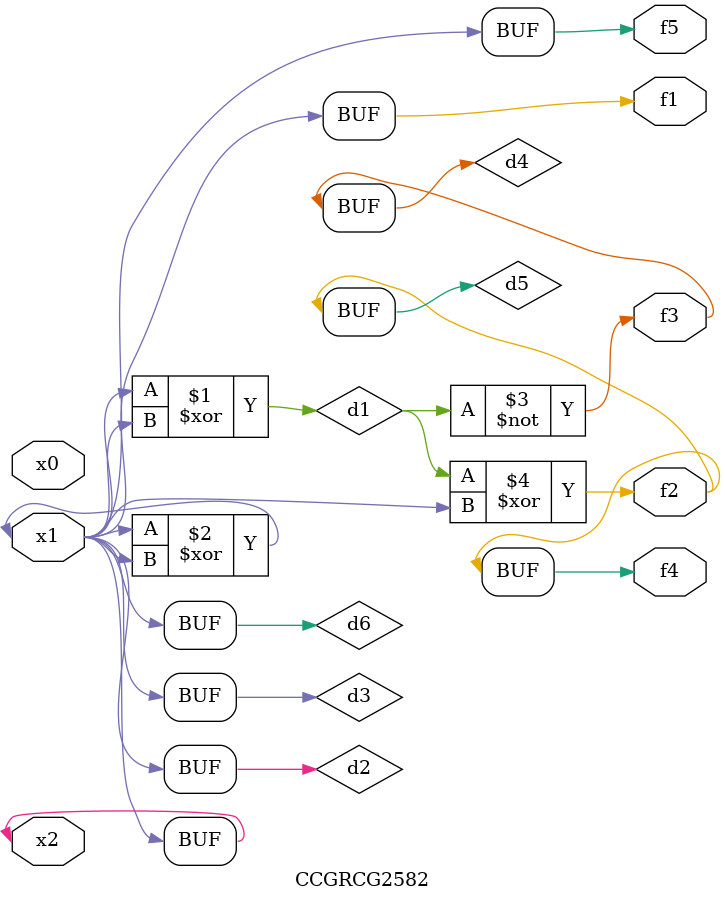
<source format=v>
module CCGRCG2582(
	input x0, x1, x2,
	output f1, f2, f3, f4, f5
);

	wire d1, d2, d3, d4, d5, d6;

	xor (d1, x1, x2);
	buf (d2, x1, x2);
	xor (d3, x1, x2);
	nor (d4, d1);
	xor (d5, d1, d2);
	buf (d6, d2, d3);
	assign f1 = d6;
	assign f2 = d5;
	assign f3 = d4;
	assign f4 = d5;
	assign f5 = d6;
endmodule

</source>
